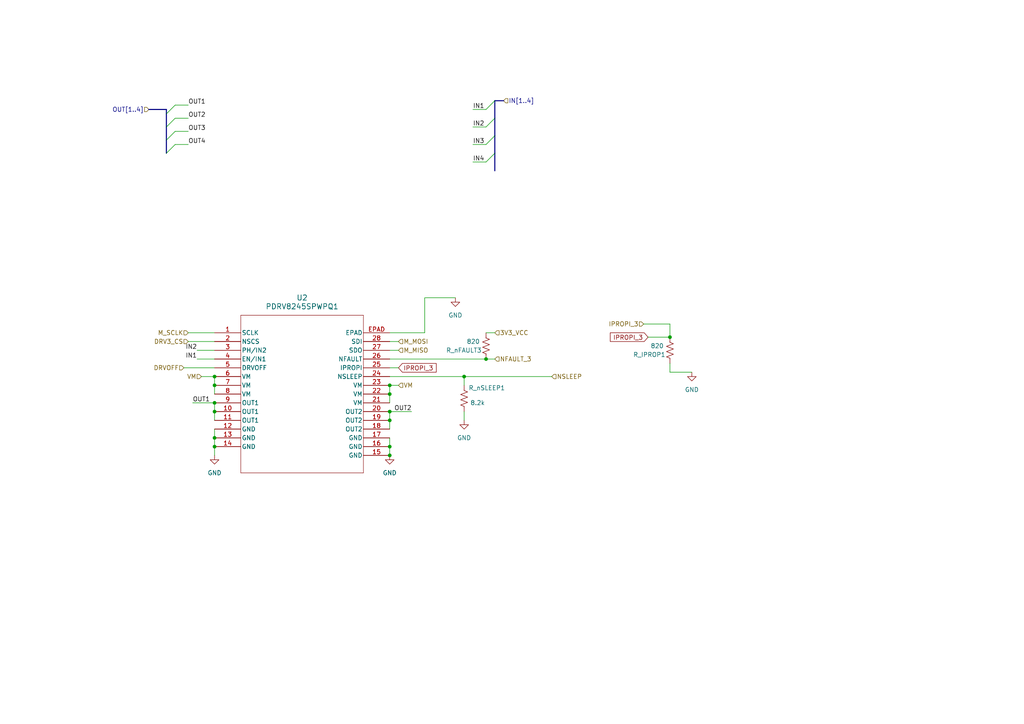
<source format=kicad_sch>
(kicad_sch (version 20231120) (generator "eeschema") (generator_version "8.0")
  (paper "A4")
  (lib_symbols
    (symbol "Device:R_US" (pin_numbers hide) (pin_names (offset 0))
      (property "Reference" "R" (at 2.54 0 90))
      (property "Value" "R_US" (at -2.54 0 90))
      (symbol "R_US_0_1"
        (polyline (pts (xy 0 -2.286) (xy 0 -2.54)))
        (polyline (pts (xy 0 2.286) (xy 0 2.54)))
        (polyline (pts (xy 0 -0.762) (xy 1.016 -1.143) (xy 0 -1.524) (xy -1.016 -1.905) (xy 0 -2.286)))
        (polyline (pts (xy 0 0.762) (xy 1.016 0.381) (xy 0 0) (xy -1.016 -0.381) (xy 0 -0.762)))
        (polyline (pts (xy 0 2.286) (xy 1.016 1.905) (xy 0 1.524) (xy -1.016 1.143) (xy 0 0.762)))
      )
      (symbol "R_US_1_1"
        (pin passive line (at 0 3.81 270) (length 1.27) (name "~") (number "1"))
        (pin passive line (at 0 -3.81 90) (length 1.27) (name "~") (number "2"))
      )
    )
    (symbol "PDRV8245SPWPQ1:PDRV8245SPWPQ1" (pin_names (offset 0.254))
      (property "Reference" "U" (at 25.4 10.16 0))
      (property "Value" "PDRV8245SPWPQ1" (at 25.4 7.62 0))
      (symbol "PDRV8245SPWPQ1_0_1"
        (polyline (pts (xy 7.62 -40.64) (xy 43.18 -40.64)) (stroke (width 0.127)))
        (polyline (pts (xy 7.62 5.08) (xy 7.62 -40.64)) (stroke (width 0.127)))
        (polyline (pts (xy 43.18 -40.64) (xy 43.18 5.08)) (stroke (width 0.127)))
        (polyline (pts (xy 43.18 5.08) (xy 7.62 5.08)) (stroke (width 0.127)))
        (pin input line (at 0 0 0) (length 7.62) (name "SCLK") (number "1"))
        (pin output line (at 0 -22.86 0) (length 7.62) (name "OUT1") (number "10"))
        (pin output line (at 0 -25.4 0) (length 7.62) (name "OUT1") (number "11"))
        (pin power_out line (at 0 -27.94 0) (length 7.62) (name "GND") (number "12"))
        (pin power_out line (at 0 -30.48 0) (length 7.62) (name "GND") (number "13"))
        (pin power_out line (at 0 -33.02 0) (length 7.62) (name "GND") (number "14"))
        (pin power_out line (at 50.8 -35.56 180) (length 7.62) (name "GND") (number "15"))
        (pin power_out line (at 50.8 -33.02 180) (length 7.62) (name "GND") (number "16"))
        (pin power_out line (at 50.8 -30.48 180) (length 7.62) (name "GND") (number "17"))
        (pin output line (at 50.8 -27.94 180) (length 7.62) (name "OUT2") (number "18"))
        (pin output line (at 50.8 -25.4 180) (length 7.62) (name "OUT2") (number "19"))
        (pin input line (at 0 -2.54 0) (length 7.62) (name "NSCS") (number "2"))
        (pin output line (at 50.8 -22.86 180) (length 7.62) (name "OUT2") (number "20"))
        (pin power_in line (at 50.8 -20.32 180) (length 7.62) (name "VM") (number "21"))
        (pin power_in line (at 50.8 -17.78 180) (length 7.62) (name "VM") (number "22"))
        (pin power_in line (at 50.8 -15.24 180) (length 7.62) (name "VM") (number "23"))
        (pin input line (at 50.8 -12.7 180) (length 7.62) (name "NSLEEP") (number "24"))
        (pin bidirectional line (at 50.8 -10.16 180) (length 7.62) (name "IPROPI") (number "25"))
        (pin output line (at 50.8 -7.62 180) (length 7.62) (name "NFAULT") (number "26"))
        (pin output line (at 50.8 -5.08 180) (length 7.62) (name "SDO") (number "27"))
        (pin input line (at 50.8 -2.54 180) (length 7.62) (name "SDI") (number "28"))
        (pin input line (at 0 -5.08 0) (length 7.62) (name "PH/IN2") (number "3"))
        (pin input line (at 0 -7.62 0) (length 7.62) (name "EN/IN1") (number "4"))
        (pin input line (at 0 -10.16 0) (length 7.62) (name "DRVOFF") (number "5"))
        (pin power_in line (at 0 -12.7 0) (length 7.62) (name "VM") (number "6"))
        (pin power_in line (at 0 -15.24 0) (length 7.62) (name "VM") (number "7"))
        (pin power_in line (at 0 -17.78 0) (length 7.62) (name "VM") (number "8"))
        (pin output line (at 0 -20.32 0) (length 7.62) (name "OUT1") (number "9"))
        (pin power_out line (at 50.8 0 180) (length 7.62) (name "EPAD") (number "EPAD"))
      )
    )
    (symbol "power:GND" (power) (pin_names (offset 0))
      (property "Value" "GND" (at 0 -3.81 0))
      (symbol "GND_0_1"
        (polyline (pts (xy 0 0) (xy 0 -1.27) (xy 1.27 -1.27) (xy 0 -2.54) (xy -1.27 -1.27) (xy 0 -1.27)))
      )
      (symbol "GND_1_1"
        (pin power_in line (at 0 0 270) (length 0) hide (name "GND") (number "1"))
      )
    )
  )
  (junction (at 140.97 104.14))
  (junction (at 62.23 129.54))
  (junction (at 113.03 121.92))
  (junction (at 134.62 109.22))
  (junction (at 113.03 129.54))
  (junction (at 113.03 114.3))
  (junction (at 62.23 119.38))
  (junction (at 62.23 127))
  (junction (at 62.23 111.76))
  (junction (at 62.23 109.22))
  (junction (at 62.23 116.84))
  (junction (at 194.31 97.79))
  (junction (at 113.03 111.76))
  (junction (at 113.03 132.08))
  (junction (at 113.03 119.38))
  (bus_entry (at 48.26 33.02) (size 2.54 -2.54))
  (bus_entry (at 48.26 36.83) (size 2.54 -2.54))
  (bus_entry (at 143.51 34.29) (size -2.54 2.54))
  (bus_entry (at 143.51 29.21) (size -2.54 2.54))
  (bus_entry (at 143.51 39.37) (size -2.54 2.54))
  (bus_entry (at 48.26 44.45) (size 2.54 -2.54))
  (bus_entry (at 48.26 40.64) (size 2.54 -2.54))
  (bus_entry (at 143.51 44.45) (size -2.54 2.54))
  (wire (pts (xy 137.16 46.99) (xy 140.97 46.99)))
  (wire (pts (xy 50.8 38.1) (xy 54.61 38.1)))
  (wire (pts (xy 50.8 34.29) (xy 54.61 34.29)))
  (wire (pts (xy 62.23 127) (xy 62.23 129.54)))
  (bus (pts (xy 143.51 44.45) (xy 143.51 49.53)))
  (wire (pts (xy 186.69 93.98) (xy 194.31 93.98)))
  (bus (pts (xy 143.51 29.21) (xy 146.05 29.21)))
  (wire (pts (xy 113.03 129.54) (xy 113.03 132.08)))
  (wire (pts (xy 137.16 31.75) (xy 140.97 31.75)))
  (wire (pts (xy 113.03 104.14) (xy 140.97 104.14)))
  (wire (pts (xy 113.03 106.68) (xy 115.57 106.68)))
  (wire (pts (xy 54.61 96.52) (xy 62.23 96.52)))
  (wire (pts (xy 194.31 105.41) (xy 194.31 107.95)))
  (wire (pts (xy 113.03 101.6) (xy 115.57 101.6)))
  (wire (pts (xy 62.23 119.38) (xy 62.23 121.92)))
  (wire (pts (xy 62.23 109.22) (xy 62.23 111.76)))
  (wire (pts (xy 137.16 36.83) (xy 140.97 36.83)))
  (wire (pts (xy 137.16 41.91) (xy 140.97 41.91)))
  (bus (pts (xy 143.51 34.29) (xy 143.51 39.37)))
  (wire (pts (xy 123.19 86.36) (xy 132.08 86.36)))
  (bus (pts (xy 48.26 31.75) (xy 48.26 33.02)))
  (wire (pts (xy 113.03 119.38) (xy 113.03 121.92)))
  (wire (pts (xy 134.62 121.92) (xy 134.62 119.38)))
  (wire (pts (xy 134.62 111.76) (xy 134.62 109.22)))
  (bus (pts (xy 48.26 40.64) (xy 48.26 44.45)))
  (wire (pts (xy 62.23 124.46) (xy 62.23 127)))
  (wire (pts (xy 123.19 96.52) (xy 113.03 96.52)))
  (wire (pts (xy 134.62 109.22) (xy 160.02 109.22)))
  (wire (pts (xy 58.42 109.22) (xy 62.23 109.22)))
  (wire (pts (xy 62.23 111.76) (xy 62.23 114.3)))
  (wire (pts (xy 54.61 99.06) (xy 62.23 99.06)))
  (wire (pts (xy 113.03 111.76) (xy 115.57 111.76)))
  (wire (pts (xy 187.96 97.79) (xy 194.31 97.79)))
  (wire (pts (xy 50.8 30.48) (xy 54.61 30.48)))
  (wire (pts (xy 62.23 116.84) (xy 62.23 119.38)))
  (bus (pts (xy 143.51 39.37) (xy 143.51 44.45)))
  (wire (pts (xy 194.31 107.95) (xy 200.66 107.95)))
  (wire (pts (xy 113.03 109.22) (xy 134.62 109.22)))
  (wire (pts (xy 113.03 114.3) (xy 113.03 116.84)))
  (wire (pts (xy 123.19 86.36) (xy 123.19 96.52)))
  (wire (pts (xy 113.03 121.92) (xy 113.03 124.46)))
  (wire (pts (xy 62.23 129.54) (xy 62.23 132.08)))
  (wire (pts (xy 53.34 106.68) (xy 62.23 106.68)))
  (wire (pts (xy 55.88 116.84) (xy 62.23 116.84)))
  (wire (pts (xy 50.8 41.91) (xy 54.61 41.91)))
  (wire (pts (xy 62.23 101.6) (xy 57.15 101.6)))
  (wire (pts (xy 113.03 111.76) (xy 113.03 114.3)))
  (wire (pts (xy 113.03 99.06) (xy 115.57 99.06)))
  (wire (pts (xy 194.31 93.98) (xy 194.31 97.79)))
  (bus (pts (xy 48.26 36.83) (xy 48.26 40.64)))
  (wire (pts (xy 140.97 96.52) (xy 143.51 96.52)))
  (wire (pts (xy 113.03 127) (xy 113.03 129.54)))
  (wire (pts (xy 140.97 104.14) (xy 143.51 104.14)))
  (bus (pts (xy 48.26 33.02) (xy 48.26 36.83)))
  (wire (pts (xy 62.23 104.14) (xy 57.15 104.14)))
  (wire (pts (xy 119.38 119.38) (xy 113.03 119.38)))
  (bus (pts (xy 43.18 31.75) (xy 48.26 31.75)))
  (bus (pts (xy 143.51 29.21) (xy 143.51 34.29)))
  (label "OUT4" (at 54.61 41.91 0))
  (label "OUT2" (at 54.61 34.29 0))
  (label "IN2" (at 137.16 36.83 0))
  (label "OUT1" (at 55.88 116.84 0))
  (label "IN2" (at 57.15 101.6 180))
  (label "IN4" (at 137.16 46.99 0))
  (label "OUT2" (at 119.38 119.38 180))
  (label "OUT1" (at 54.61 30.48 0))
  (label "IN3" (at 137.16 41.91 0))
  (label "IN1" (at 57.15 104.14 180))
  (label "OUT3" (at 54.61 38.1 0))
  (label "IN1" (at 137.16 31.75 0))
  (global_label "IPROPI_3" (shape input) (at 187.96 97.79 180) (property "Intersheetrefs" "${INTERSHEET_REFS}" (effects (hide yes))))
  (global_label "IPROPI_3" (shape input) (at 115.57 106.68 0) (property "Intersheetrefs" "${INTERSHEET_REFS}" (effects (hide yes))))
  (hierarchical_label "OUT[1..4]" (shape input) (at 43.18 31.75 180))
  (hierarchical_label "IPROPI_3" (shape input) (at 186.69 93.98 180))
  (hierarchical_label "IN[1..4]" (shape input) (at 146.05 29.21 0))
  (hierarchical_label "3V3_VCC" (shape input) (at 143.51 96.52 0))
  (hierarchical_label "NSLEEP" (shape input) (at 160.02 109.22 0))
  (hierarchical_label "NFAULT_3" (shape input) (at 143.51 104.14 0))
  (hierarchical_label "DRV3_CS" (shape input) (at 54.61 99.06 180))
  (hierarchical_label "DRVOFF" (shape input) (at 53.34 106.68 180))
  (hierarchical_label "VM" (shape input) (at 115.57 111.76 0))
  (hierarchical_label "M_SCLK" (shape input) (at 54.61 96.52 180))
  (hierarchical_label "M_MISO" (shape input) (at 115.57 101.6 0))
  (hierarchical_label "VM" (shape input) (at 58.42 109.22 180))
  (hierarchical_label "M_MOSI" (shape input) (at 115.57 99.06 0))
  (symbol (lib_id "Device:R_US") (at 194.31 101.6 0) (unit 1)
    (property "Reference" "R_IPROP1" (at 193.04 102.87 0) (effects (justify right)))
    (property "Value" "820" (at 192.532 100.33 0) (effects (justify right)))
    (property "Footprint" "Resistor_SMD:R_0603_1608Metric" (effects (hide yes)))
    (property "Description" "Resistor, US symbol" (effects (hide yes)))
    (property "LCSC" "C23253" (effects (hide yes)))
    (property "LCSC Part" "C23253" (effects (hide yes)))
    (property "LCSC Part Number" "C23253" (effects (hide yes)))
  )
  (symbol (lib_id "power:GND") (at 113.03 132.08 0) (unit 1)
    (property "Reference" "#PWR02" (effects (hide yes)))
    (property "Value" "GND" (at 113.03 137.16 0))
  )
  (symbol (lib_id "power:GND") (at 200.66 107.95 0) (unit 1)
    (property "Reference" "#PWR014" (effects (hide yes)))
    (property "Value" "GND" (at 200.66 113.03 0))
  )
  (symbol (lib_id "Device:R_US") (at 140.97 100.33 0) (unit 1)
    (property "Reference" "R_nFAULT3" (at 139.7 101.6 0) (effects (justify right)))
    (property "Value" "820" (at 139.192 99.06 0) (effects (justify right)))
    (property "Footprint" "Resistor_SMD:R_0603_1608Metric" (effects (hide yes)))
    (property "Description" "Resistor, US symbol" (effects (hide yes)))
    (property "LCSC" "C23253" (effects (hide yes)))
    (property "LCSC Part" "C23253" (effects (hide yes)))
    (property "LCSC Part Number" "C23253" (effects (hide yes)))
  )
  (symbol (lib_id "Device:R_US") (at 134.62 115.57 180) (unit 1)
    (property "Reference" "R_nSLEEP1" (at 135.89 112.522 0) (effects (justify right)))
    (property "Value" "8.2k" (at 136.398 116.84 0) (effects (justify right)))
    (property "Footprint" "Resistor_SMD:R_0603_1608Metric" (effects (hide yes)))
    (property "Description" "Resistor, US symbol" (effects (hide yes)))
    (property "LCSC" "C25981" (effects (hide yes)))
    (property "LCSC Part" "C25981" (effects (hide yes)))
    (property "LCSC Part Number" "C25981" (effects (hide yes)))
  )
  (symbol (lib_id "PDRV8245SPWPQ1:PDRV8245SPWPQ1") (at 62.23 96.52 0) (unit 1)
    (property "Reference" "U2" (at 87.63 86.36 0) (effects (font (size 1.524 1.524))))
    (property "Value" "PDRV8245SPWPQ1" (at 87.63 88.9 0) (effects (font (size 1.524 1.524))))
    (property "Footprint" "U_PWP0028R_TEX" (effects (hide yes)))
    (property "Datasheet" "PDRV8245SPWPQ1" (effects (hide yes)))
  )
  (symbol (lib_id "power:GND") (at 62.23 132.08 0) (unit 1)
    (property "Reference" "#PWR01" (effects (hide yes)))
    (property "Value" "GND" (at 62.23 137.16 0))
  )
  (symbol (lib_id "power:GND") (at 134.62 121.92 0) (unit 1)
    (property "Reference" "#PWR04" (effects (hide yes)))
    (property "Value" "GND" (at 134.62 127 0))
  )
  (symbol (lib_id "power:GND") (at 132.08 86.36 0) (unit 1)
    (property "Reference" "#PWR03" (effects (hide yes)))
    (property "Value" "GND" (at 132.08 91.44 0))
  )
)
</source>
